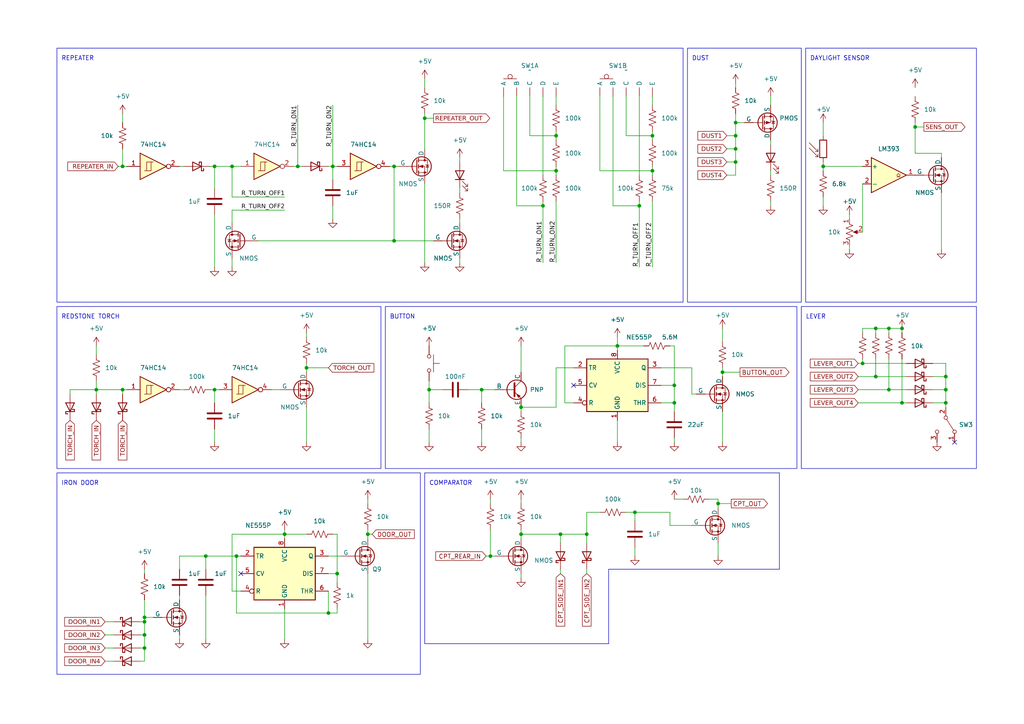
<source format=kicad_sch>
(kicad_sch (version 20230121) (generator eeschema)
  (paper "A4")
  (title_block (title "Craft18 Components") (date "2024-01-19") (rev "17"))
  (lib_symbols
    (symbol "74xx:74HC14" (pin_names (offset 1.016))
      (property "Reference" "U" (at 0 1.27 0))
      (property "Value" "74HC14" (at 0 -1.27 0))
      (symbol "74HC14_1_0"
        (pin input line (at -7.62 0 0) (length 3.81) (name "~") (number "1"))
        (pin output inverted (at 7.62 0 180) (length 3.81) (name "~") (number "2"))
      )
      (symbol "74HC14_2_0"
        (pin input line (at -7.62 0 0) (length 3.81) (name "~") (number "3"))
        (pin output inverted (at 7.62 0 180) (length 3.81) (name "~") (number "4"))
      )
      (symbol "74HC14_3_0"
        (pin input line (at -7.62 0 0) (length 3.81) (name "~") (number "5"))
        (pin output inverted (at 7.62 0 180) (length 3.81) (name "~") (number "6"))
      )
      (symbol "74HC14_4_0"
        (pin output inverted (at 7.62 0 180) (length 3.81) (name "~") (number "8"))
        (pin input line (at -7.62 0 0) (length 3.81) (name "~") (number "9"))
      )
      (symbol "74HC14_5_0"
        (pin output inverted (at 7.62 0 180) (length 3.81) (name "~") (number "10"))
        (pin input line (at -7.62 0 0) (length 3.81) (name "~") (number "11"))
      )
      (symbol "74HC14_6_0"
        (pin output inverted (at 7.62 0 180) (length 3.81) (name "~") (number "12"))
        (pin input line (at -7.62 0 0) (length 3.81) (name "~") (number "13"))
      )
      (symbol "74HC14_7_0"
        (pin power_in line (at 0 12.7 270) (length 5.08) (name "VCC") (number "14"))
        (pin power_in line (at 0 -12.7 90) (length 5.08) (name "GND") (number "7"))
      )
    )
    (symbol "Comparator:LM393" (pin_names (offset 0.127))
      (property "Reference" "U" (at 3.81 3.81 0))
      (property "Value" "LM393" (at 6.35 -3.81 0))
      (symbol "LM393_1_1"
        (pin open_collector line (at 7.62 0 180) (length 2.54) (name "~") (number "1"))
        (pin input line (at -7.62 -2.54 0) (length 2.54) (name "-") (number "2"))
        (pin input line (at -7.62 2.54 0) (length 2.54) (name "+") (number "3"))
      )
      (symbol "LM393_2_1"
        (pin input line (at -7.62 2.54 0) (length 2.54) (name "+") (number "5"))
        (pin input line (at -7.62 -2.54 0) (length 2.54) (name "-") (number "6"))
        (pin open_collector line (at 7.62 0 180) (length 2.54) (name "~") (number "7"))
      )
      (symbol "LM393_3_1"
        (pin power_in line (at -2.54 -7.62 90) (length 3.81) (name "V-") (number "4"))
        (pin power_in line (at -2.54 7.62 270) (length 3.81) (name "V+") (number "8"))
      )
    )
    (symbol "Device:C" (pin_numbers hide) (pin_names (offset 0.254))
      (property "Reference" "C" (at 0.635 2.54 0))
      (property "Value" "C" (at 0.635 -2.54 0))
      (symbol "C_1_1"
        (pin passive line (at 0 3.81 270) (length 2.794) (name "~") (number "1"))
        (pin passive line (at 0 -3.81 90) (length 2.794) (name "~") (number "2"))
      )
    )
    (symbol "Device:D_Schottky" (pin_numbers hide) (pin_names (offset 1.016) hide)
      (property "Reference" "D" (at 0 2.54 0))
      (property "Value" "D_Schottky" (at 0 -2.54 0))
      (symbol "D_Schottky_1_1"
        (pin passive line (at -3.81 0 0) (length 2.54) (name "K") (number "1"))
        (pin passive line (at 3.81 0 180) (length 2.54) (name "A") (number "2"))
      )
    )
    (symbol "Device:LED" (pin_numbers hide) (pin_names (offset 1.016) hide)
      (property "Reference" "D" (at 0 2.54 0))
      (property "Value" "LED" (at 0 -2.54 0))
      (symbol "LED_1_1"
        (pin passive line (at -3.81 0 0) (length 2.54) (name "K") (number "1"))
        (pin passive line (at 3.81 0 180) (length 2.54) (name "A") (number "2"))
      )
    )
    (symbol "Device:R_Photo" (pin_numbers hide) (pin_names (offset 0))
      (property "Reference" "R" (at 1.27 1.27 0))
      (property "Value" "R_Photo" (at 1.27 0 0))
      (symbol "R_Photo_1_1"
        (pin passive line (at 0 3.81 270) (length 1.27) (name "~") (number "1"))
        (pin passive line (at 0 -3.81 90) (length 1.27) (name "~") (number "2"))
      )
    )
    (symbol "Device:R_Potentiometer_US" (pin_names (offset 1.016) hide)
      (property "Reference" "RV" (at -4.445 0 90))
      (property "Value" "R_Potentiometer_US" (at -2.54 0 90))
      (symbol "R_Potentiometer_US_1_1"
        (pin passive line (at 0 3.81 270) (length 1.27) (name "1") (number "1"))
        (pin passive line (at 3.81 0 180) (length 1.27) (name "2") (number "2"))
        (pin passive line (at 0 -3.81 90) (length 1.27) (name "3") (number "3"))
      )
    )
    (symbol "Device:R_US" (pin_numbers hide) (pin_names (offset 0))
      (property "Reference" "R" (at 2.54 0 90))
      (property "Value" "R_US" (at -2.54 0 90))
      (symbol "R_US_1_1"
        (pin passive line (at 0 3.81 270) (length 1.27) (name "~") (number "1"))
        (pin passive line (at 0 -3.81 90) (length 1.27) (name "~") (number "2"))
      )
    )
    (symbol "Simulation_SPICE:NMOS" (pin_numbers hide) (pin_names (offset 0))
      (property "Reference" "Q" (at 5.08 1.27 0))
      (property "Value" "NMOS" (at 5.08 -1.27 0))
      (symbol "NMOS_1_1"
        (pin passive line (at 2.54 5.08 270) (length 2.54) (name "D") (number "1"))
        (pin input line (at -5.08 0 0) (length 2.54) (name "G") (number "2"))
        (pin passive line (at 2.54 -5.08 90) (length 2.54) (name "S") (number "3"))
      )
    )
    (symbol "Simulation_SPICE:PMOS" (pin_numbers hide) (pin_names (offset 0))
      (property "Reference" "Q" (at 5.08 1.27 0))
      (property "Value" "PMOS" (at 5.08 -1.27 0))
      (symbol "PMOS_1_1"
        (pin passive line (at 2.54 5.08 270) (length 2.54) (name "D") (number "1"))
        (pin input line (at -5.08 0 0) (length 2.54) (name "G") (number "2"))
        (pin passive line (at 2.54 -5.08 90) (length 2.54) (name "S") (number "3"))
      )
    )
    (symbol "Simulation_SPICE:PNP" (pin_numbers hide) (pin_names (offset 0))
      (property "Reference" "Q" (at -2.54 7.62 0))
      (property "Value" "PNP" (at -2.54 5.08 0))
      (symbol "PNP_1_1"
        (pin open_collector line (at 2.54 5.08 270) (length 2.54) (name "C") (number "1"))
        (pin input line (at -5.08 0 0) (length 2.54) (name "B") (number "2"))
        (pin open_emitter line (at 2.54 -5.08 90) (length 2.54) (name "E") (number "3"))
      )
    )
    (symbol "Switch:SW_Push" (pin_numbers hide) (pin_names (offset 1.016) hide)
      (property "Reference" "SW" (at 1.27 2.54 0))
      (property "Value" "SW_Push" (at 0 -1.524 0))
      (symbol "SW_Push_0_1"
        (pin passive line (at -5.08 0 0) (length 2.54) (name "1") (number "1"))
        (pin passive line (at 5.08 0 180) (length 2.54) (name "2") (number "2"))
      )
    )
    (symbol "Switch:SW_SPDT" (pin_names (offset 0) hide)
      (property "Reference" "SW" (at 0 4.318 0))
      (property "Value" "SW_SPDT" (at 0 -5.08 0))
      (symbol "SW_SPDT_1_1"
        (pin passive line (at 5.08 2.54 180) (length 2.54) (name "A") (number "1"))
        (pin passive line (at -5.08 0 0) (length 2.54) (name "B") (number "2"))
        (pin passive line (at 5.08 -2.54 180) (length 2.54) (name "C") (number "3"))
      )
    )
    (symbol "Timer:NE555P"
      (property "Reference" "U" (at -10.16 8.89 0))
      (property "Value" "NE555P" (at 2.54 8.89 0))
      (symbol "NE555P_0_0"
        (pin power_in line (at 0 -10.16 90) (length 2.54) (name "GND") (number "1"))
        (pin power_in line (at 0 10.16 270) (length 2.54) (name "VCC") (number "8"))
      )
      (symbol "NE555P_1_1"
        (pin input line (at -12.7 5.08 0) (length 3.81) (name "TR") (number "2"))
        (pin output line (at 12.7 5.08 180) (length 3.81) (name "Q") (number "3"))
        (pin input inverted (at -12.7 -5.08 0) (length 3.81) (name "R") (number "4"))
        (pin input line (at -12.7 0 0) (length 3.81) (name "CV") (number "5"))
        (pin input line (at 12.7 -5.08 180) (length 3.81) (name "THR") (number "6"))
        (pin input line (at 12.7 0 180) (length 3.81) (name "DIS") (number "7"))
      )
    )
    (symbol "Weird_Switch:SW_DP4T"
      (property "Reference" "SW" (at 0 0 0))
      (symbol "SW_DP4T_1_1"
        (pin passive line (at -7.62 -7.62 90) (length 2.54) (name "A") (number ""))
        (pin passive line (at -3.81 -7.62 90) (length 2.54) (name "B") (number ""))
        (pin passive line (at 0 -7.62 90) (length 2.54) (name "C") (number ""))
        (pin passive line (at 3.81 -7.62 90) (length 2.54) (name "D") (number ""))
        (pin passive line (at 7.62 -7.62 90) (length 2.54) (name "E") (number ""))
      )
      (symbol "SW_DP4T_2_1"
        (pin passive line (at -7.62 -7.62 90) (length 2.54) (name "A") (number ""))
        (pin passive line (at -3.81 -7.62 90) (length 2.54) (name "B") (number ""))
        (pin passive line (at 0 -7.62 90) (length 2.54) (name "C") (number ""))
        (pin passive line (at 3.81 -7.62 90) (length 2.54) (name "D") (number ""))
        (pin passive line (at 7.62 -7.62 90) (length 2.54) (name "E") (number ""))
      )
    )
    (symbol "power:+5V" (power) (pin_names (offset 0))
      (property "Value" "+5V" (at 0 3.556 0))
      (symbol "+5V_1_1"
        (pin power_in line (at 0 0 90) (length 0) hide (name "+5V") (number "1"))
      )
    )
    (symbol "power:GND" (power) (pin_names (offset 0))
      (property "Value" "GND" (at 0 -3.81 0))
      (symbol "GND_1_1"
        (pin power_in line (at 0 0 270) (length 0) hide (name "GND") (number "1"))
      )
    )
  )
  (junction (at 213.36 39.37))
  (junction (at 261.62 95.25))
  (junction (at 41.91 180.34))
  (junction (at 161.29 49.53))
  (junction (at 189.23 49.53))
  (junction (at 161.29 39.37))
  (junction (at 62.23 113.03))
  (junction (at 82.55 154.94))
  (junction (at 95.25 177.8))
  (junction (at 170.18 154.94))
  (junction (at 257.81 113.03))
  (junction (at 195.58 116.84))
  (junction (at 257.81 95.25))
  (junction (at 238.76 48.26))
  (junction (at 209.55 107.95))
  (junction (at 41.91 179.07))
  (junction (at 274.32 116.84))
  (junction (at 195.58 111.76))
  (junction (at 35.56 48.26))
  (junction (at 62.23 48.26))
  (junction (at 254 95.25))
  (junction (at 189.23 39.37))
  (junction (at 162.56 154.94))
  (junction (at 184.15 148.59))
  (junction (at 41.91 184.15))
  (junction (at 86.36 48.26))
  (junction (at 151.13 118.11))
  (junction (at 185.42 59.69))
  (junction (at 67.31 48.26))
  (junction (at 254 109.22))
  (junction (at 123.19 34.29))
  (junction (at 179.07 100.33))
  (junction (at 96.52 48.26))
  (junction (at 88.9 106.68))
  (junction (at 114.3 48.26))
  (junction (at 27.94 113.03))
  (junction (at 139.7 113.03))
  (junction (at 213.36 43.18))
  (junction (at 274.32 113.03))
  (junction (at 265.43 36.83))
  (junction (at 157.48 59.69))
  (junction (at 274.32 109.22))
  (junction (at 151.13 154.94))
  (junction (at 35.56 113.03))
  (junction (at 213.36 46.99))
  (junction (at 124.46 113.03))
  (junction (at 97.79 166.37))
  (junction (at 250.19 105.41))
  (junction (at 213.36 35.56))
  (junction (at 208.28 146.05))
  (junction (at 142.24 161.29))
  (junction (at 68.58 161.29))
  (junction (at 41.91 187.96))
  (junction (at 114.3 69.85))
  (junction (at 106.68 154.94))
  (junction (at 59.69 161.29))
  (junction (at 261.62 116.84))
  (no_connect (at 276.86 128.27))
  (no_connect (at 166.37 111.76))
  (no_connect (at 69.85 166.37))
  (wire (pts (xy 142.24 161.29) (xy 140.97 161.29)))
  (wire (pts (xy 20.32 113.03) (xy 20.32 114.3)))
  (wire (pts (xy 248.92 105.41) (xy 250.19 105.41)))
  (wire (pts (xy 52.07 173.99) (xy 52.07 172.72)))
  (wire (pts (xy 62.23 62.23) (xy 62.23 77.47)))
  (wire (pts (xy 30.48 184.15) (xy 33.02 184.15)))
  (wire (pts (xy 189.23 39.37) (xy 189.23 40.64)))
  (wire (pts (xy 67.31 60.96) (xy 67.31 64.77)))
  (wire (pts (xy 173.99 49.53) (xy 189.23 49.53)))
  (wire (pts (xy 161.29 27.94) (xy 161.29 30.48)))
  (wire (pts (xy 41.91 187.96) (xy 41.91 191.77)))
  (wire (pts (xy 161.29 49.53) (xy 161.29 50.8)))
  (wire (pts (xy 35.56 48.26) (xy 34.29 48.26)))
  (wire (pts (xy 208.28 144.78) (xy 205.74 144.78)))
  (wire (pts (xy 124.46 124.46) (xy 124.46 128.27)))
  (wire (pts (xy 170.18 165.1) (xy 170.18 166.37)))
  (wire (pts (xy 261.62 116.84) (xy 262.89 116.84)))
  (wire (pts (xy 123.19 22.86) (xy 123.19 25.4)))
  (wire (pts (xy 162.56 166.37) (xy 162.56 165.1)))
  (wire (pts (xy 41.91 184.15) (xy 41.91 187.96)))
  (wire (pts (xy 185.42 27.94) (xy 185.42 50.8)))
  (wire (pts (xy 265.43 36.83) (xy 265.43 44.45)))
  (wire (pts (xy 143.51 113.03) (xy 139.7 113.03)))
  (wire (pts (xy 181.61 39.37) (xy 189.23 39.37)))
  (wire (pts (xy 62.23 48.26) (xy 62.23 54.61)))
  (wire (pts (xy 208.28 146.05) (xy 212.09 146.05)))
  (wire (pts (xy 161.29 38.1) (xy 161.29 39.37)))
  (wire (pts (xy 250.19 53.34) (xy 250.19 67.31)))
  (wire (pts (xy 254 95.25) (xy 254 96.52)))
  (wire (pts (xy 67.31 60.96) (xy 82.55 60.96)))
  (wire (pts (xy 106.68 146.05) (xy 106.68 144.78)))
  (wire (pts (xy 60.96 48.26) (xy 62.23 48.26)))
  (wire (pts (xy 213.36 43.18) (xy 213.36 39.37)))
  (wire (pts (xy 87.63 48.26) (xy 86.36 48.26)))
  (wire (pts (xy 123.19 34.29) (xy 123.19 43.18)))
  (wire (pts (xy 27.94 113.03) (xy 27.94 114.3)))
  (wire (pts (xy 250.19 105.41) (xy 262.89 105.41)))
  (wire (pts (xy 52.07 184.15) (xy 52.07 185.42)))
  (wire (pts (xy 41.91 165.1) (xy 41.91 166.37)))
  (wire (pts (xy 238.76 35.56) (xy 238.76 39.37)))
  (wire (pts (xy 274.32 105.41) (xy 274.32 109.22)))
  (wire (pts (xy 139.7 113.03) (xy 135.89 113.03)))
  (wire (pts (xy 270.51 116.84) (xy 274.32 116.84)))
  (wire (pts (xy 97.79 177.8) (xy 95.25 177.8)))
  (wire (pts (xy 250.19 96.52) (xy 250.19 95.25)))
  (wire (pts (xy 191.77 111.76) (xy 195.58 111.76)))
  (wire (pts (xy 151.13 127) (xy 151.13 128.27)))
  (wire (pts (xy 106.68 166.37) (xy 106.68 185.42)))
  (wire (pts (xy 270.51 105.41) (xy 274.32 105.41)))
  (wire (pts (xy 149.86 59.69) (xy 157.48 59.69)))
  (wire (pts (xy 181.61 148.59) (xy 184.15 148.59)))
  (wire (pts (xy 40.64 187.96) (xy 41.91 187.96)))
  (wire (pts (xy 223.52 27.94) (xy 223.52 30.48)))
  (polyline (pts (xy 123.19 137.16) (xy 226.06 137.16)))
  (wire (pts (xy 67.31 154.94) (xy 82.55 154.94)))
  (wire (pts (xy 95.25 166.37) (xy 97.79 166.37)))
  (wire (pts (xy 27.94 110.49) (xy 27.94 113.03)))
  (wire (pts (xy 189.23 49.53) (xy 189.23 50.8)))
  (wire (pts (xy 238.76 49.53) (xy 238.76 48.26)))
  (wire (pts (xy 185.42 59.69) (xy 185.42 77.47)))
  (wire (pts (xy 179.07 100.33) (xy 179.07 101.6)))
  (wire (pts (xy 248.92 113.03) (xy 257.81 113.03)))
  (wire (pts (xy 106.68 153.67) (xy 106.68 154.94)))
  (wire (pts (xy 177.8 27.94) (xy 177.8 59.69)))
  (wire (pts (xy 213.36 35.56) (xy 215.9 35.56)))
  (wire (pts (xy 97.79 154.94) (xy 97.79 166.37)))
  (wire (pts (xy 69.85 161.29) (xy 68.58 161.29)))
  (wire (pts (xy 151.13 119.38) (xy 151.13 118.11)))
  (wire (pts (xy 213.36 39.37) (xy 210.82 39.37)))
  (wire (pts (xy 223.52 59.69) (xy 223.52 58.42)))
  (wire (pts (xy 223.52 49.53) (xy 223.52 50.8)))
  (wire (pts (xy 106.68 154.94) (xy 107.95 154.94)))
  (wire (pts (xy 59.69 161.29) (xy 68.58 161.29)))
  (wire (pts (xy 161.29 58.42) (xy 161.29 76.2)))
  (wire (pts (xy 62.23 113.03) (xy 63.5 113.03)))
  (wire (pts (xy 195.58 111.76) (xy 195.58 116.84)))
  (wire (pts (xy 52.07 161.29) (xy 59.69 161.29)))
  (wire (pts (xy 170.18 154.94) (xy 170.18 157.48)))
  (wire (pts (xy 273.05 55.88) (xy 273.05 72.39)))
  (wire (pts (xy 52.07 161.29) (xy 52.07 165.1)))
  (wire (pts (xy 27.94 113.03) (xy 20.32 113.03)))
  (wire (pts (xy 161.29 118.11) (xy 161.29 106.68)))
  (wire (pts (xy 213.36 33.02) (xy 213.36 35.56)))
  (wire (pts (xy 213.36 35.56) (xy 213.36 39.37)))
  (wire (pts (xy 30.48 187.96) (xy 33.02 187.96)))
  (wire (pts (xy 261.62 104.14) (xy 261.62 116.84)))
  (wire (pts (xy 170.18 148.59) (xy 173.99 148.59)))
  (wire (pts (xy 265.43 44.45) (xy 273.05 44.45)))
  (wire (pts (xy 99.06 161.29) (xy 95.25 161.29)))
  (wire (pts (xy 162.56 154.94) (xy 162.56 157.48)))
  (wire (pts (xy 114.3 48.26) (xy 115.57 48.26)))
  (wire (pts (xy 157.48 58.42) (xy 157.48 59.69)))
  (wire (pts (xy 133.35 74.93) (xy 133.35 76.2)))
  (polyline (pts (xy 176.53 165.1) (xy 176.53 186.69)))
  (wire (pts (xy 62.23 113.03) (xy 62.23 116.84)))
  (wire (pts (xy 195.58 100.33) (xy 194.31 100.33)))
  (wire (pts (xy 213.36 43.18) (xy 210.82 43.18)))
  (wire (pts (xy 35.56 43.18) (xy 35.56 48.26)))
  (wire (pts (xy 213.36 50.8) (xy 213.36 46.99)))
  (polyline (pts (xy 226.06 165.1) (xy 176.53 165.1)))
  (wire (pts (xy 208.28 147.32) (xy 208.28 146.05)))
  (wire (pts (xy 209.55 107.95) (xy 214.63 107.95)))
  (wire (pts (xy 146.05 49.53) (xy 161.29 49.53)))
  (wire (pts (xy 62.23 124.46) (xy 62.23 128.27)))
  (wire (pts (xy 257.81 95.25) (xy 261.62 95.25)))
  (wire (pts (xy 213.36 46.99) (xy 213.36 43.18)))
  (wire (pts (xy 238.76 48.26) (xy 250.19 48.26)))
  (wire (pts (xy 191.77 116.84) (xy 195.58 116.84)))
  (wire (pts (xy 238.76 48.26) (xy 238.76 46.99)))
  (wire (pts (xy 86.36 30.48) (xy 86.36 48.26)))
  (wire (pts (xy 133.35 54.61) (xy 133.35 55.88)))
  (wire (pts (xy 123.19 53.34) (xy 123.19 76.2)))
  (wire (pts (xy 179.07 100.33) (xy 186.69 100.33)))
  (wire (pts (xy 85.09 48.26) (xy 86.36 48.26)))
  (wire (pts (xy 208.28 157.48) (xy 208.28 161.29)))
  (wire (pts (xy 67.31 48.26) (xy 67.31 57.15)))
  (wire (pts (xy 195.58 144.78) (xy 198.12 144.78)))
  (wire (pts (xy 82.55 154.94) (xy 88.9 154.94)))
  (wire (pts (xy 68.58 161.29) (xy 68.58 177.8)))
  (wire (pts (xy 41.91 179.07) (xy 44.45 179.07)))
  (wire (pts (xy 265.43 35.56) (xy 265.43 36.83)))
  (wire (pts (xy 124.46 110.49) (xy 124.46 113.03)))
  (wire (pts (xy 82.55 154.94) (xy 82.55 156.21)))
  (wire (pts (xy 74.93 69.85) (xy 114.3 69.85)))
  (wire (pts (xy 30.48 191.77) (xy 33.02 191.77)))
  (wire (pts (xy 88.9 118.11) (xy 88.9 128.27)))
  (wire (pts (xy 67.31 171.45) (xy 67.31 154.94)))
  (wire (pts (xy 67.31 57.15) (xy 82.55 57.15)))
  (wire (pts (xy 163.83 100.33) (xy 179.07 100.33)))
  (wire (pts (xy 189.23 48.26) (xy 189.23 49.53)))
  (wire (pts (xy 123.19 33.02) (xy 123.19 34.29)))
  (wire (pts (xy 96.52 48.26) (xy 97.79 48.26)))
  (wire (pts (xy 128.27 113.03) (xy 124.46 113.03)))
  (wire (pts (xy 254 104.14) (xy 254 109.22)))
  (wire (pts (xy 96.52 52.07) (xy 96.52 48.26)))
  (wire (pts (xy 179.07 128.27) (xy 179.07 121.92)))
  (polyline (pts (xy 123.19 137.16) (xy 123.19 186.69)))
  (wire (pts (xy 96.52 59.69) (xy 96.52 63.5)))
  (wire (pts (xy 184.15 148.59) (xy 194.31 148.59)))
  (wire (pts (xy 213.36 24.13) (xy 213.36 25.4)))
  (wire (pts (xy 195.58 127) (xy 195.58 128.27)))
  (wire (pts (xy 133.35 63.5) (xy 133.35 64.77)))
  (wire (pts (xy 181.61 27.94) (xy 181.61 39.37)))
  (wire (pts (xy 151.13 154.94) (xy 151.13 156.21)))
  (wire (pts (xy 95.25 177.8) (xy 95.25 171.45)))
  (wire (pts (xy 40.64 191.77) (xy 41.91 191.77)))
  (wire (pts (xy 209.55 119.38) (xy 209.55 128.27)))
  (wire (pts (xy 97.79 166.37) (xy 97.79 168.91)))
  (wire (pts (xy 149.86 27.94) (xy 149.86 59.69)))
  (wire (pts (xy 82.55 153.67) (xy 82.55 154.94)))
  (wire (pts (xy 257.81 113.03) (xy 262.89 113.03)))
  (wire (pts (xy 265.43 36.83) (xy 267.97 36.83)))
  (wire (pts (xy 69.85 171.45) (xy 67.31 171.45)))
  (wire (pts (xy 88.9 96.52) (xy 88.9 97.79)))
  (wire (pts (xy 177.8 59.69) (xy 185.42 59.69)))
  (wire (pts (xy 52.07 48.26) (xy 53.34 48.26)))
  (wire (pts (xy 114.3 48.26) (xy 114.3 69.85)))
  (wire (pts (xy 238.76 59.69) (xy 238.76 57.15)))
  (wire (pts (xy 208.28 146.05) (xy 208.28 144.78)))
  (wire (pts (xy 209.55 107.95) (xy 209.55 109.22)))
  (wire (pts (xy 274.32 116.84) (xy 274.32 118.11)))
  (wire (pts (xy 200.66 106.68) (xy 191.77 106.68)))
  (wire (pts (xy 151.13 154.94) (xy 162.56 154.94)))
  (wire (pts (xy 151.13 144.78) (xy 151.13 146.05)))
  (wire (pts (xy 151.13 166.37) (xy 151.13 167.64)))
  (wire (pts (xy 35.56 113.03) (xy 35.56 114.3)))
  (wire (pts (xy 161.29 39.37) (xy 161.29 40.64)))
  (wire (pts (xy 173.99 27.94) (xy 173.99 49.53)))
  (wire (pts (xy 184.15 148.59) (xy 184.15 151.13)))
  (polyline (pts (xy 176.53 186.69) (xy 123.19 186.69)))
  (wire (pts (xy 52.07 113.03) (xy 53.34 113.03)))
  (wire (pts (xy 153.67 27.94) (xy 153.67 39.37)))
  (wire (pts (xy 261.62 95.25) (xy 261.62 96.52)))
  (wire (pts (xy 274.32 113.03) (xy 274.32 116.84)))
  (wire (pts (xy 113.03 48.26) (xy 114.3 48.26)))
  (wire (pts (xy 162.56 154.94) (xy 170.18 154.94)))
  (wire (pts (xy 59.69 172.72) (xy 59.69 185.42)))
  (wire (pts (xy 213.36 46.99) (xy 210.82 46.99)))
  (wire (pts (xy 114.3 69.85) (xy 125.73 69.85)))
  (wire (pts (xy 223.52 41.91) (xy 223.52 40.64)))
  (wire (pts (xy 163.83 116.84) (xy 163.83 100.33)))
  (wire (pts (xy 30.48 180.34) (xy 33.02 180.34)))
  (wire (pts (xy 153.67 39.37) (xy 161.29 39.37)))
  (wire (pts (xy 67.31 48.26) (xy 69.85 48.26)))
  (wire (pts (xy 88.9 105.41) (xy 88.9 106.68)))
  (wire (pts (xy 210.82 50.8) (xy 213.36 50.8)))
  (wire (pts (xy 95.25 48.26) (xy 96.52 48.26)))
  (wire (pts (xy 270.51 109.22) (xy 274.32 109.22)))
  (wire (pts (xy 254 109.22) (xy 262.89 109.22)))
  (wire (pts (xy 139.7 124.46) (xy 139.7 128.27)))
  (wire (pts (xy 157.48 59.69) (xy 157.48 76.2)))
  (wire (pts (xy 246.38 62.23) (xy 246.38 63.5)))
  (wire (pts (xy 41.91 180.34) (xy 41.91 184.15)))
  (wire (pts (xy 209.55 106.68) (xy 209.55 107.95)))
  (wire (pts (xy 124.46 113.03) (xy 124.46 116.84)))
  (wire (pts (xy 139.7 113.03) (xy 139.7 116.84)))
  (wire (pts (xy 133.35 45.72) (xy 133.35 46.99)))
  (wire (pts (xy 194.31 148.59) (xy 194.31 152.4)))
  (wire (pts (xy 273.05 44.45) (xy 273.05 45.72)))
  (wire (pts (xy 151.13 153.67) (xy 151.13 154.94)))
  (wire (pts (xy 166.37 116.84) (xy 163.83 116.84)))
  (wire (pts (xy 35.56 33.02) (xy 35.56 35.56)))
  (wire (pts (xy 142.24 153.67) (xy 142.24 161.29)))
  (wire (pts (xy 248.92 116.84) (xy 261.62 116.84)))
  (wire (pts (xy 41.91 179.07) (xy 41.91 180.34)))
  (wire (pts (xy 143.51 161.29) (xy 142.24 161.29)))
  (wire (pts (xy 40.64 184.15) (xy 41.91 184.15)))
  (wire (pts (xy 60.96 113.03) (xy 62.23 113.03)))
  (wire (pts (xy 254 95.25) (xy 257.81 95.25)))
  (wire (pts (xy 123.19 34.29) (xy 125.73 34.29)))
  (wire (pts (xy 97.79 176.53) (xy 97.79 177.8)))
  (wire (pts (xy 270.51 113.03) (xy 274.32 113.03)))
  (wire (pts (xy 161.29 48.26) (xy 161.29 49.53)))
  (wire (pts (xy 151.13 118.11) (xy 161.29 118.11)))
  (polyline (pts (xy 226.06 137.16) (xy 226.06 165.1)))
  (wire (pts (xy 35.56 113.03) (xy 36.83 113.03)))
  (wire (pts (xy 151.13 100.33) (xy 151.13 107.95)))
  (wire (pts (xy 189.23 38.1) (xy 189.23 39.37)))
  (wire (pts (xy 146.05 27.94) (xy 146.05 49.53)))
  (wire (pts (xy 246.38 71.12) (xy 246.38 72.39)))
  (wire (pts (xy 157.48 27.94) (xy 157.48 50.8)))
  (wire (pts (xy 274.32 109.22) (xy 274.32 113.03)))
  (wire (pts (xy 189.23 58.42) (xy 189.23 77.47)))
  (wire (pts (xy 170.18 154.94) (xy 170.18 148.59)))
  (wire (pts (xy 248.92 109.22) (xy 254 109.22)))
  (wire (pts (xy 59.69 161.29) (xy 59.69 165.1)))
  (wire (pts (xy 142.24 144.78) (xy 142.24 146.05)))
  (wire (pts (xy 195.58 100.33) (xy 195.58 111.76)))
  (wire (pts (xy 257.81 95.25) (xy 257.81 96.52)))
  (wire (pts (xy 88.9 106.68) (xy 95.25 106.68)))
  (wire (pts (xy 250.19 95.25) (xy 254 95.25)))
  (wire (pts (xy 106.68 154.94) (xy 106.68 156.21)))
  (wire (pts (xy 195.58 119.38) (xy 195.58 116.84)))
  (wire (pts (xy 27.94 113.03) (xy 35.56 113.03)))
  (wire (pts (xy 185.42 58.42) (xy 185.42 59.69)))
  (wire (pts (xy 27.94 100.33) (xy 27.94 102.87)))
  (wire (pts (xy 68.58 177.8) (xy 95.25 177.8)))
  (wire (pts (xy 78.74 113.03) (xy 81.28 113.03)))
  (wire (pts (xy 40.64 180.34) (xy 41.91 180.34)))
  (wire (pts (xy 189.23 27.94) (xy 189.23 30.48)))
  (wire (pts (xy 250.19 104.14) (xy 250.19 105.41)))
  (wire (pts (xy 62.23 48.26) (xy 67.31 48.26)))
  (wire (pts (xy 41.91 173.99) (xy 41.91 179.07)))
  (wire (pts (xy 179.07 97.79) (xy 179.07 100.33)))
  (wire (pts (xy 200.66 114.3) (xy 201.93 114.3)))
  (wire (pts (xy 88.9 106.68) (xy 88.9 107.95)))
  (wire (pts (xy 161.29 106.68) (xy 166.37 106.68)))
  (wire (pts (xy 184.15 161.29) (xy 184.15 158.75)))
  (wire (pts (xy 194.31 152.4) (xy 200.66 152.4)))
  (wire (pts (xy 36.83 48.26) (xy 35.56 48.26)))
  (wire (pts (xy 96.52 154.94) (xy 97.79 154.94)))
  (wire (pts (xy 200.66 114.3) (xy 200.66 106.68)))
  (wire (pts (xy 209.55 95.25) (xy 209.55 99.06)))
  (wire (pts (xy 96.52 30.48) (xy 96.52 48.26)))
  (wire (pts (xy 67.31 74.93) (xy 67.31 77.47)))
  (wire (pts (xy 82.55 176.53) (xy 82.55 185.42)))
  (wire (pts (xy 257.81 104.14) (xy 257.81 113.03)))
  (rectangle (start 16.51 13.97) (end 198.12 87.63))
  (rectangle (start 16.51 88.9) (end 110.49 135.89))
  (rectangle (start 233.68 13.97) (end 283.21 87.63))
  (rectangle (start 199.39 13.97) (end 232.41 87.63))
  (rectangle (start 16.51 137.16) (end 121.92 195.58))
  (rectangle (start 232.41 88.9) (end 283.21 135.89))
  (rectangle (start 111.76 88.9) (end 231.14 135.89))
  (text "BUTTON" (at 113.03 92.71 0) (effects (font (size 1.27 1.27)) (justify left bottom)))
  (text "IRON DOOR" (at 17.78 140.97 0) (effects (font (size 1.27 1.27)) (justify left bottom)))
  (text "LEVER" (at 233.68 92.71 0) (effects (font (size 1.27 1.27)) (justify left bottom)))
  (text "DUST" (at 200.66 17.78 0) (effects (font (size 1.27 1.27)) (justify left bottom)))
  (text "DAYLIGHT SENSOR" (at 234.95 17.78 0) (effects (font (size 1.27 1.27)) (justify left bottom)))
  (text "REDSTONE TORCH" (at 17.78 92.71 0) (effects (font (size 1.27 1.27)) (justify left bottom)))
  (text "COMPARATOR" (at 124.46 140.97 0) (effects (font (size 1.27 1.27)) (justify left bottom)))
  (text "REPEATER" (at 17.78 17.78 0) (effects (font (size 1.27 1.27)) (justify left bottom)))
  (label "R_TURN_ON1" (at 157.48 76.2 90))
  (label "R_TURN_OFF2" (at 82.55 60.96 180))
  (label "R_TURN_ON2" (at 96.52 30.48 270))
  (label "R_TURN_OFF1" (at 82.55 57.15 180))
  (label "R_TURN_OFF2" (at 189.23 77.47 90))
  (label "R_TURN_OFF1" (at 185.42 77.47 90))
  (label "R_TURN_ON2" (at 161.29 76.2 90))
  (label "R_TURN_ON1" (at 86.36 30.48 270))
  (global_label "DOOR_IN4" (shape input) (at 30.48 191.77 180) (property "Intersheetrefs" "${INTERSHEET_REFS}" (effects hide)))
  (global_label "LEVER_OUT4" (shape input) (at 248.92 116.84 180) (property "Intersheetrefs" "${INTERSHEET_REFS}" (effects hide)))
  (global_label "LEVER_OUT2" (shape input) (at 248.92 109.22 180) (property "Intersheetrefs" "${INTERSHEET_REFS}" (effects hide)))
  (global_label "TORCH_OUT" (shape input) (at 95.25 106.68 0) (property "Intersheetrefs" "${INTERSHEET_REFS}" (effects hide)))
  (global_label "REPEATER_IN" (shape input) (at 34.29 48.26 180) (property "Intersheetrefs" "${INTERSHEET_REFS}" (effects hide)))
  (global_label "TORCH_IN" (shape input) (at 35.56 121.92 270) (property "Intersheetrefs" "${INTERSHEET_REFS}" (effects hide)))
  (global_label "DOOR_IN2" (shape input) (at 30.48 184.15 180) (property "Intersheetrefs" "${INTERSHEET_REFS}" (effects hide)))
  (global_label "DUST2" (shape input) (at 210.82 43.18 180) (property "Intersheetrefs" "${INTERSHEET_REFS}" (effects hide)))
  (global_label "CPT_OUT" (shape output) (at 212.09 146.05 0) (property "Intersheetrefs" "${INTERSHEET_REFS}" (effects hide)))
  (global_label "TORCH_IN" (shape input) (at 20.32 121.92 270) (property "Intersheetrefs" "${INTERSHEET_REFS}" (effects hide)))
  (global_label "CPT_SIDE_IN1" (shape input) (at 162.56 166.37 270) (property "Intersheetrefs" "${INTERSHEET_REFS}" (effects hide)))
  (global_label "LEVER_OUT3" (shape input) (at 248.92 113.03 180) (property "Intersheetrefs" "${INTERSHEET_REFS}" (effects hide)))
  (global_label "DOOR_IN3" (shape input) (at 30.48 187.96 180) (property "Intersheetrefs" "${INTERSHEET_REFS}" (effects hide)))
  (global_label "DUST4" (shape input) (at 210.82 50.8 180) (property "Intersheetrefs" "${INTERSHEET_REFS}" (effects hide)))
  (global_label "TORCH_IN" (shape input) (at 27.94 121.92 270) (property "Intersheetrefs" "${INTERSHEET_REFS}" (effects hide)))
  (global_label "LEVER_OUT1" (shape input) (at 248.92 105.41 180) (property "Intersheetrefs" "${INTERSHEET_REFS}" (effects hide)))
  (global_label "DOOR_IN1" (shape input) (at 30.48 180.34 180) (property "Intersheetrefs" "${INTERSHEET_REFS}" (effects hide)))
  (global_label "REPEATER_OUT" (shape output) (at 125.73 34.29 0) (property "Intersheetrefs" "${INTERSHEET_REFS}" (effects hide)))
  (global_label "BUTTON_OUT" (shape output) (at 214.63 107.95 0) (property "Intersheetrefs" "${INTERSHEET_REFS}" (effects hide)))
  (global_label "DUST1" (shape input) (at 210.82 39.37 180) (property "Intersheetrefs" "${INTERSHEET_REFS}" (effects hide)))
  (global_label "DOOR_OUT" (shape input) (at 107.95 154.94 0) (property "Intersheetrefs" "${INTERSHEET_REFS}" (effects hide)))
  (global_label "CPT_REAR_IN" (shape input) (at 140.97 161.29 180) (property "Intersheetrefs" "${INTERSHEET_REFS}" (effects hide)))
  (global_label "CPT_SIDE_IN2" (shape input) (at 170.18 166.37 270) (property "Intersheetrefs" "${INTERSHEET_REFS}" (effects hide)))
  (global_label "SENS_OUT" (shape output) (at 267.97 36.83 0) (property "Intersheetrefs" "${INTERSHEET_REFS}" (effects hide)))
  (global_label "DUST3" (shape input) (at 210.82 46.99 180) (property "Intersheetrefs" "${INTERSHEET_REFS}" (effects hide)))
  (symbol (lib_id "power:GND") (at 133.35 76.2 0) (unit 1)
    (property "Reference" "#PWR07" (effects hide))
    (property "Value" "GND" (effects hide))
  )
  (symbol (lib_id "power:GND") (at 151.13 128.27 0) (unit 1)
    (property "Reference" "#PWR026" (effects hide))
    (property "Value" "GND" (effects hide))
  )
  (symbol (lib_id "power:GND") (at 52.07 185.42 0) (unit 1)
    (property "Reference" "#PWR020" (effects hide))
    (property "Value" "GND" (effects hide))
  )
  (symbol (lib_id "Simulation_SPICE:NMOS") (at 104.14 161.29 0) (unit 1)
    (property "Reference" "Q9" (at 107.95 165.1 0) (effects (justify left)))
    (property "Value" "NMOS" (effects hide))
    (property "Datasheet" "https://ngspice.sourceforge.io/docs/ngspice-manual.pdf" (effects hide))
    (property "Sim.Device" "NMOS" (effects hide))
    (property "Sim.Type" "VDMOS" (effects hide))
    (property "Sim.Pins" "1=D 2=G 3=S" (effects hide))
  )
  (symbol (lib_id "74xx:74HC14") (at 77.47 48.26 0) (unit 1)
    (property "Reference" "U1" (effects hide))
    (property "Value" "74HC14" (at 77.47 41.91 0))
    (property "Datasheet" "http://www.ti.com/lit/gpn/sn74HC14" (effects hide))
  )
  (symbol (lib_id "Device:R_US") (at 151.13 123.19 0) (unit 1)
    (property "Reference" "R30" (effects hide))
    (property "Value" "10k" (at 153.67 123.19 0) (effects (justify left)))
  )
  (symbol (lib_id "Device:D_Schottky") (at 266.7 113.03 180) (unit 1)
    (property "Reference" "D15" (effects hide))
    (property "Value" "D_Schottky" (effects hide))
  )
  (symbol (lib_id "Device:D_Schottky") (at 57.15 48.26 180) (unit 1)
    (property "Reference" "D5" (effects hide))
    (property "Value" "D_Schottky" (effects hide))
  )
  (symbol (lib_id "Simulation_SPICE:NMOS") (at 148.59 161.29 0) (unit 1)
    (property "Reference" "Q5" (effects hide))
    (property "Value" "NMOS" (at 154.94 162.56 0) (effects (justify left)))
    (property "Datasheet" "https://ngspice.sourceforge.io/docs/ngspice-manual.pdf" (effects hide))
    (property "Sim.Device" "NMOS" (effects hide))
    (property "Sim.Type" "VDMOS" (effects hide))
    (property "Sim.Pins" "1=D 2=G 3=S" (effects hide))
  )
  (symbol (lib_id "Device:D_Schottky") (at 162.56 161.29 90) (unit 1)
    (property "Reference" "D2" (effects hide))
    (property "Value" "D_Schottky" (effects hide))
  )
  (symbol (lib_id "power:+5V") (at 41.91 165.1 0) (unit 1)
    (property "Reference" "#PWR018" (effects hide))
    (property "Value" "+5V" (at 41.91 160.02 0))
  )
  (symbol (lib_id "Simulation_SPICE:NMOS") (at 207.01 114.3 0) (unit 1)
    (property "Reference" "Q12" (effects hide))
    (property "Value" "NMOS" (at 213.36 114.3 0) (effects (justify left)))
    (property "Datasheet" "https://ngspice.sourceforge.io/docs/ngspice-manual.pdf" (effects hide))
    (property "Sim.Device" "NMOS" (effects hide))
    (property "Sim.Type" "VDMOS" (effects hide))
    (property "Sim.Pins" "1=D 2=G 3=S" (effects hide))
  )
  (symbol (lib_id "Device:R_US") (at 254 100.33 0) (unit 1)
    (property "Reference" "R34" (effects hide))
    (property "Value" "10k" (effects hide))
  )
  (symbol (lib_id "Switch:SW_Push") (at 124.46 105.41 270) (unit 1)
    (property "Reference" "SW2" (effects hide))
    (property "Value" "SW_Push" (effects hide))
  )
  (symbol (lib_id "Device:R_US") (at 209.55 102.87 0) (unit 1)
    (property "Reference" "R23" (effects hide))
    (property "Value" "10k" (at 212.09 102.87 0) (effects (justify left)))
  )
  (symbol (lib_id "power:GND") (at 184.15 161.29 0) (unit 1)
    (property "Reference" "#PWR014" (effects hide))
    (property "Value" "GND" (effects hide))
  )
  (symbol (lib_id "Device:R_US") (at 27.94 106.68 0) (unit 1)
    (property "Reference" "R26" (effects hide))
    (property "Value" "10k" (at 30.48 106.68 0) (effects (justify left)))
  )
  (symbol (lib_id "Device:R_US") (at 157.48 54.61 0) (unit 1)
    (property "Reference" "R6" (effects hide))
    (property "Value" "100k" (at 151.13 54.61 0) (effects (justify left)))
  )
  (symbol (lib_id "Device:LED") (at 223.52 45.72 90) (unit 1)
    (property "Reference" "D11" (effects hide))
    (property "Value" "LED" (effects hide))
  )
  (symbol (lib_id "Device:D_Schottky") (at 91.44 48.26 180) (unit 1)
    (property "Reference" "D1" (effects hide))
    (property "Value" "D_Schottky" (effects hide))
  )
  (symbol (lib_id "Simulation_SPICE:NMOS") (at 49.53 179.07 0) (unit 1)
    (property "Reference" "Q8" (effects hide))
    (property "Value" "NMOS" (effects hide))
    (property "Datasheet" "https://ngspice.sourceforge.io/docs/ngspice-manual.pdf" (effects hide))
    (property "Sim.Device" "NMOS" (effects hide))
    (property "Sim.Type" "VDMOS" (effects hide))
    (property "Sim.Pins" "1=D 2=G 3=S" (effects hide))
  )
  (symbol (lib_id "Simulation_SPICE:NMOS") (at 120.65 48.26 0) (unit 1)
    (property "Reference" "Q3" (effects hide))
    (property "Value" "NMOS" (at 115.57 53.34 0) (effects (justify left)))
    (property "Datasheet" "https://ngspice.sourceforge.io/docs/ngspice-manual.pdf" (effects hide))
    (property "Sim.Device" "NMOS" (effects hide))
    (property "Sim.Type" "VDMOS" (effects hide))
    (property "Sim.Pins" "1=D 2=G 3=S" (effects hide))
  )
  (symbol (lib_id "power:GND") (at 88.9 128.27 0) (unit 1)
    (property "Reference" "#PWR010" (effects hide))
    (property "Value" "GND" (effects hide))
  )
  (symbol (lib_id "Device:D_Schottky") (at 266.7 105.41 180) (unit 1)
    (property "Reference" "D17" (effects hide))
    (property "Value" "D_Schottky" (effects hide))
  )
  (symbol (lib_id "power:+5V") (at 209.55 95.25 0) (unit 1)
    (property "Reference" "#PWR032" (effects hide))
    (property "Value" "+5V" (at 209.55 91.44 0))
  )
  (symbol (lib_id "power:GND") (at 195.58 128.27 0) (unit 1)
    (property "Reference" "#PWR027" (effects hide))
    (property "Value" "GND" (effects hide))
  )
  (symbol (lib_id "Device:R_US") (at 177.8 148.59 90) (unit 1)
    (property "Reference" "R14" (effects hide))
    (property "Value" "100k" (at 177.8 144.78 90))
  )
  (symbol (lib_id "Device:R_US") (at 161.29 34.29 0) (unit 1)
    (property "Reference" "R3" (effects hide))
    (property "Value" "100k" (at 163.83 34.29 0) (effects (justify left)))
  )
  (symbol (lib_id "Device:R_US") (at 201.93 144.78 90) (unit 1)
    (property "Reference" "R27" (effects hide))
    (property "Value" "10k" (at 201.93 142.24 90))
  )
  (symbol (lib_id "Device:D_Schottky") (at 170.18 161.29 90) (unit 1)
    (property "Reference" "D10" (effects hide))
    (property "Value" "D_Schottky" (effects hide))
  )
  (symbol (lib_id "Device:C") (at 132.08 113.03 90) (unit 1)
    (property "Reference" "C5" (effects hide))
    (property "Value" "100nF" (at 132.08 109.22 90))
  )
  (symbol (lib_id "Device:R_Photo") (at 238.76 43.18 0) (unit 1)
    (property "Reference" "R35" (effects hide))
    (property "Value" "R_Photo" (effects hide))
  )
  (symbol (lib_id "Simulation_SPICE:NMOS") (at 86.36 113.03 0) (unit 1)
    (property "Reference" "Q2" (effects hide))
    (property "Value" "NMOS" (at 81.28 118.11 0) (effects (justify left)))
    (property "Datasheet" "https://ngspice.sourceforge.io/docs/ngspice-manual.pdf" (effects hide))
    (property "Sim.Device" "NMOS" (effects hide))
    (property "Sim.Type" "VDMOS" (effects hide))
    (property "Sim.Pins" "1=D 2=G 3=S" (effects hide))
  )
  (symbol (lib_id "power:+5V") (at 265.43 25.4 0) (unit 1)
    (property "Reference" "#PWR023" (effects hide))
    (property "Value" "+5V" (at 265.43 20.32 0))
  )
  (symbol (lib_id "power:+5V") (at 142.24 144.78 0) (unit 1)
    (property "Reference" "#PWR013" (effects hide))
    (property "Value" "+5V" (at 142.24 139.7 0))
  )
  (symbol (lib_id "Simulation_SPICE:NMOS") (at 205.74 152.4 0) (unit 1)
    (property "Reference" "Q14" (effects hide))
    (property "Value" "NMOS" (at 212.09 152.4 0) (effects (justify left)))
    (property "Datasheet" "https://ngspice.sourceforge.io/docs/ngspice-manual.pdf" (effects hide))
    (property "Sim.Device" "NMOS" (effects hide))
    (property "Sim.Type" "VDMOS" (effects hide))
    (property "Sim.Pins" "1=D 2=G 3=S" (effects hide))
  )
  (symbol (lib_id "power:+5V") (at 246.38 62.23 0) (unit 1)
    (property "Reference" "#PWR044" (effects hide))
    (property "Value" "+5V" (at 246.38 58.42 0))
  )
  (symbol (lib_id "power:+5V") (at 179.07 97.79 0) (unit 1)
    (property "Reference" "#PWR025" (effects hide))
    (property "Value" "+5V" (at 179.07 92.71 0))
  )
  (symbol (lib_id "power:+5V") (at 151.13 144.78 0) (unit 1)
    (property "Reference" "#PWR011" (effects hide))
    (property "Value" "+5V" (at 151.13 139.7 0))
  )
  (symbol (lib_id "74xx:74HC14") (at 44.45 113.03 0) (unit 1)
    (property "Reference" "U2" (effects hide))
    (property "Value" "74HC14" (at 44.45 106.68 0))
    (property "Datasheet" "http://www.ti.com/lit/gpn/sn74HC14" (effects hide))
  )
  (symbol (lib_id "Switch:SW_SPDT") (at 274.32 123.19 270) (unit 1)
    (property "Reference" "SW3" (at 278.13 123.19 90) (effects (justify left)))
    (property "Value" "SW_SPDT" (effects hide))
  )
  (symbol (lib_id "Device:R_US") (at 92.71 154.94 90) (unit 1)
    (property "Reference" "R18" (effects hide))
    (property "Value" "10k" (at 92.71 151.13 90))
  )
  (symbol (lib_id "Comparator:LM393") (at 257.81 50.8 0) (unit 1)
    (property "Reference" "U3" (effects hide))
    (property "Value" "LM393" (at 257.81 43.18 0))
    (property "Datasheet" "http://www.ti.com/lit/ds/symlink/lm393.pdf" (effects hide))
  )
  (symbol (lib_id "Device:R_US") (at 213.36 29.21 0) (unit 1)
    (property "Reference" "R29" (effects hide))
    (property "Value" "10k" (at 215.9 29.21 0) (effects (justify left)))
  )
  (symbol (lib_id "Device:R_US") (at 250.19 100.33 0) (unit 1)
    (property "Reference" "R33" (effects hide))
    (property "Value" "10k" (effects hide))
  )
  (symbol (lib_id "Device:LED") (at 133.35 50.8 90) (unit 1)
    (property "Reference" "D6" (effects hide))
    (property "Value" "LED" (effects hide))
  )
  (symbol (lib_id "Device:R_US") (at 189.23 34.29 0) (unit 1)
    (property "Reference" "R7" (effects hide))
    (property "Value" "100k" (at 191.77 34.29 0) (effects (justify left)))
  )
  (symbol (lib_id "Device:R_US") (at 97.79 172.72 180) (unit 1)
    (property "Reference" "R15" (effects hide))
    (property "Value" "1k" (at 100.33 172.72 0) (effects (justify right)))
  )
  (symbol (lib_id "Device:R_Potentiometer_US") (at 246.38 67.31 0) (unit 1)
    (property "Reference" "RV1" (effects hide))
    (property "Value" "10k" (at 243.84 67.31 0) (effects (justify right)))
  )
  (symbol (lib_id "Device:R_US") (at 161.29 44.45 0) (unit 1)
    (property "Reference" "R4" (effects hide))
    (property "Value" "100k" (at 163.83 44.45 0) (effects (justify left)))
  )
  (symbol (lib_id "power:GND") (at 208.28 161.29 0) (unit 1)
    (property "Reference" "#PWR035" (effects hide))
    (property "Value" "GND" (effects hide))
  )
  (symbol (lib_id "power:GND") (at 62.23 128.27 0) (unit 1)
    (property "Reference" "#PWR08" (effects hide))
    (property "Value" "GND" (effects hide))
  )
  (symbol (lib_id "power:GND") (at 179.07 128.27 0) (unit 1)
    (property "Reference" "#PWR030" (effects hide))
    (property "Value" "GND" (effects hide))
  )
  (symbol (lib_id "power:GND") (at 246.38 72.39 0) (unit 1)
    (property "Reference" "#PWR045" (effects hide))
    (property "Value" "GND" (effects hide))
  )
  (symbol (lib_id "Device:R_US") (at 265.43 31.75 0) (unit 1)
    (property "Reference" "R21" (effects hide))
    (property "Value" "10k" (at 267.97 31.75 0) (effects (justify left)))
  )
  (symbol (lib_id "Device:D_Schottky") (at 266.7 109.22 180) (unit 1)
    (property "Reference" "D16" (effects hide))
    (property "Value" "D_Schottky" (effects hide))
  )
  (symbol (lib_id "power:+5V") (at 82.55 153.67 0) (unit 1)
    (property "Reference" "#PWR022" (effects hide))
    (property "Value" "+5V" (at 82.55 148.59 0))
  )
  (symbol (lib_id "Device:C") (at 62.23 120.65 0) (unit 1)
    (property "Reference" "C3" (effects hide))
    (property "Value" "1uF" (at 66.04 120.65 0) (effects (justify left)))
  )
  (symbol (lib_id "power:GND") (at 62.23 77.47 0) (unit 1)
    (property "Reference" "#PWR03" (effects hide))
    (property "Value" "GND" (effects hide))
  )
  (symbol (lib_id "74xx:74HC14") (at 44.45 48.26 0) (unit 1)
    (property "Reference" "U10" (effects hide))
    (property "Value" "74HC14" (at 44.45 41.91 0))
    (property "Datasheet" "http://www.ti.com/lit/gpn/sn74HC14" (effects hide))
  )
  (symbol (lib_id "Device:C") (at 52.07 168.91 0) (unit 1)
    (property "Reference" "C6" (effects hide))
    (property "Value" "1uF" (at 54.61 166.37 0) (effects (justify left)))
  )
  (symbol (lib_id "Device:R_US") (at 189.23 44.45 0) (unit 1)
    (property "Reference" "R8" (effects hide))
    (property "Value" "100k" (at 191.77 44.45 0) (effects (justify left)))
  )
  (symbol (lib_id "Device:R_US") (at 261.62 100.33 0) (unit 1)
    (property "Reference" "R31" (effects hide))
    (property "Value" "10k" (at 264.16 100.33 0) (effects (justify left)))
  )
  (symbol (lib_id "Simulation_SPICE:NMOS") (at 130.81 69.85 0) (unit 1)
    (property "Reference" "Q4" (effects hide))
    (property "Value" "NMOS" (at 125.73 74.93 0) (effects (justify left)))
    (property "Datasheet" "https://ngspice.sourceforge.io/docs/ngspice-manual.pdf" (effects hide))
    (property "Sim.Device" "NMOS" (effects hide))
    (property "Sim.Type" "VDMOS" (effects hide))
    (property "Sim.Pins" "1=D 2=G 3=S" (effects hide))
  )
  (symbol (lib_id "Device:D_Schottky") (at 266.7 116.84 180) (unit 1)
    (property "Reference" "D14" (effects hide))
    (property "Value" "D_Schottky" (effects hide))
  )
  (symbol (lib_id "Device:R_US") (at 161.29 54.61 0) (unit 1)
    (property "Reference" "R5" (effects hide))
    (property "Value" "100k" (at 163.83 54.61 0) (effects (justify left)))
  )
  (symbol (lib_id "Device:R_US") (at 133.35 59.69 0) (unit 1)
    (property "Reference" "R12" (effects hide))
    (property "Value" "150R" (at 125.73 59.69 0) (effects (justify left)))
  )
  (symbol (lib_id "power:GND") (at 59.69 185.42 0) (unit 1)
    (property "Reference" "#PWR038" (effects hide))
    (property "Value" "GND" (effects hide))
  )
  (symbol (lib_id "power:+5V") (at 261.62 95.25 0) (unit 1)
    (property "Reference" "#PWR041" (effects hide))
    (property "Value" "+5V" (at 261.62 91.44 0))
  )
  (symbol (lib_id "Device:R_US") (at 190.5 100.33 90) (unit 1)
    (property "Reference" "R22" (effects hide))
    (property "Value" "5.6M" (at 194.31 97.79 90))
  )
  (symbol (lib_id "power:+5V") (at 133.35 45.72 0) (unit 1)
    (property "Reference" "#PWR06" (effects hide))
    (property "Value" "+5V" (at 133.35 40.64 0))
  )
  (symbol (lib_id "Device:C") (at 96.52 55.88 0) (unit 1)
    (property "Reference" "C1" (effects hide))
    (property "Value" "1uF" (at 100.33 55.88 0) (effects (justify left)))
  )
  (symbol (lib_id "power:GND") (at 273.05 72.39 0) (unit 1)
    (property "Reference" "#PWR046" (effects hide))
    (property "Value" "GND" (effects hide))
  )
  (symbol (lib_id "Device:R_US") (at 142.24 149.86 0) (unit 1)
    (property "Reference" "R24" (effects hide))
    (property "Value" "10k" (at 144.78 149.86 0) (effects (justify left)))
  )
  (symbol (lib_id "Device:R_US") (at 88.9 101.6 0) (unit 1)
    (property "Reference" "R11" (effects hide))
    (property "Value" "10k" (at 91.44 101.6 0) (effects (justify left)))
  )
  (symbol (lib_id "Device:R_US") (at 57.15 113.03 90) (unit 1)
    (property "Reference" "R10" (effects hide))
    (property "Value" "100k" (at 57.15 109.22 90))
  )
  (symbol (lib_id "Simulation_SPICE:NMOS") (at 270.51 50.8 0) (unit 1)
    (property "Reference" "Q10" (effects hide))
    (property "Value" "NMOS" (at 265.43 55.88 0) (effects (justify left)))
    (property "Datasheet" "https://ngspice.sourceforge.io/docs/ngspice-manual.pdf" (effects hide))
    (property "Sim.Device" "NMOS" (effects hide))
    (property "Sim.Type" "VDMOS" (effects hide))
    (property "Sim.Pins" "1=D 2=G 3=S" (effects hide))
  )
  (symbol (lib_id "Simulation_SPICE:PMOS") (at 220.98 35.56 0) (mirror x) (unit 1)
    (property "Reference" "Q6" (effects hide))
    (property "Value" "PMOS" (at 226.06 34.29 0) (effects (justify left)))
    (property "Datasheet" "https://ngspice.sourceforge.io/docs/ngspice-manual.pdf" (effects hide))
    (property "Sim.Device" "PMOS" (effects hide))
    (property "Sim.Type" "VDMOS" (effects hide))
    (property "Sim.Pins" "1=D 2=G 3=S" (effects hide))
  )
  (symbol (lib_id "Timer:NE555P") (at 179.07 111.76 0) (unit 1)
    (property "Reference" "U5" (effects hide))
    (property "Value" "NE555P" (at 181.61 97.79 0) (effects (justify left)))
    (property "Footprint" "Package_DIP:DIP-8_W7.62mm" (effects hide))
    (property "Datasheet" "http://www.ti.com/lit/ds/symlink/ne555.pdf" (effects hide))
  )
  (symbol (lib_id "Device:C") (at 62.23 58.42 0) (unit 1)
    (property "Reference" "C2" (effects hide))
    (property "Value" "1uF" (at 54.61 58.42 0) (effects (justify left)))
  )
  (symbol (lib_id "Device:R_US") (at 106.68 149.86 0) (unit 1)
    (property "Reference" "R17" (effects hide))
    (property "Value" "10k" (at 109.22 149.86 0) (effects (justify left)))
  )
  (symbol (lib_id "74xx:74HC14") (at 71.12 113.03 0) (unit 2)
    (property "Reference" "U2" (effects hide))
    (property "Value" "74HC14" (at 71.12 106.68 0))
    (property "Datasheet" "http://www.ti.com/lit/gpn/sn74HC14" (effects hide))
  )
  (symbol (lib_id "Weird_Switch:SW_DP4T") (at 181.61 20.32 0) (unit 2)
    (property "Reference" "SW1" (at 176.53 19.05 0) (effects (justify left)))
    (property "Value" "~" (at 181.61 20.32 0))
  )
  (symbol (lib_id "power:+5V") (at 27.94 100.33 0) (unit 1)
    (property "Reference" "#PWR016" (effects hide))
    (property "Value" "+5V" (at 27.94 95.25 0))
  )
  (symbol (lib_id "power:GND") (at 124.46 128.27 0) (unit 1)
    (property "Reference" "#PWR029" (effects hide))
    (property "Value" "GND" (effects hide))
  )
  (symbol (lib_id "power:+5V") (at 124.46 100.33 0) (unit 1)
    (property "Reference" "#PWR028" (effects hide))
    (property "Value" "+5V" (at 124.46 95.25 0))
  )
  (symbol (lib_id "Device:D_Schottky") (at 36.83 184.15 0) (unit 1)
    (property "Reference" "D4" (effects hide))
    (property "Value" "D_Schottky" (effects hide))
  )
  (symbol (lib_id "power:+5V") (at 195.58 144.78 0) (unit 1)
    (property "Reference" "#PWR036" (effects hide))
    (property "Value" "+5V" (at 195.58 139.7 0))
  )
  (symbol (lib_id "power:GND") (at 223.52 59.69 0) (unit 1)
    (property "Reference" "#PWR033" (effects hide))
    (property "Value" "GND" (effects hide))
  )
  (symbol (lib_id "74xx:74HC14") (at 105.41 48.26 0) (unit 2)
    (property "Reference" "U1" (effects hide))
    (property "Value" "74HC14" (at 105.41 41.91 0))
    (property "Datasheet" "http://www.ti.com/lit/gpn/sn74HC14" (effects hide))
  )
  (symbol (lib_id "power:GND") (at 123.19 76.2 0) (unit 1)
    (property "Reference" "#PWR04" (effects hide))
    (property "Value" "GND" (effects hide))
  )
  (symbol (lib_id "power:GND") (at 209.55 128.27 0) (unit 1)
    (property "Reference" "#PWR031" (effects hide))
    (property "Value" "GND" (effects hide))
  )
  (symbol (lib_id "Weird_Switch:SW_DP4T") (at 153.67 20.32 0) (unit 1)
    (property "Reference" "SW1" (at 153.67 19.05 0))
    (property "Value" "~" (at 153.67 20.32 0))
  )
  (symbol (lib_id "Device:D_Schottky") (at 35.56 118.11 90) (unit 1)
    (property "Reference" "D7" (effects hide))
    (property "Value" "D_Schottky" (effects hide))
  )
  (symbol (lib_id "power:GND") (at 96.52 63.5 0) (unit 1)
    (property "Reference" "#PWR01" (effects hide))
    (property "Value" "GND" (effects hide))
  )
  (symbol (lib_id "power:+5V") (at 238.76 35.56 0) (unit 1)
    (property "Reference" "#PWR043" (effects hide))
    (property "Value" "+5V" (at 238.76 31.75 0))
  )
  (symbol (lib_id "Device:R_US") (at 139.7 120.65 0) (unit 1)
    (property "Reference" "R20" (effects hide))
    (property "Value" "10k" (at 142.24 120.65 0) (effects (justify left)))
  )
  (symbol (lib_id "power:GND") (at 238.76 59.69 0) (unit 1)
    (property "Reference" "#PWR042" (effects hide))
    (property "Value" "GND" (effects hide))
  )
  (symbol (lib_id "Device:R_US") (at 238.76 53.34 0) (unit 1)
    (property "Reference" "R36" (effects hide))
    (property "Value" "6.8k" (at 241.3 53.34 0) (effects (justify left)))
  )
  (symbol (lib_id "Device:D_Schottky") (at 36.83 180.34 0) (unit 1)
    (property "Reference" "D3" (effects hide))
    (property "Value" "D_Schottky" (effects hide))
  )
  (symbol (lib_id "Device:R_US") (at 189.23 54.61 0) (unit 1)
    (property "Reference" "R9" (effects hide))
    (property "Value" "75k" (at 191.77 54.61 0) (effects (justify left)))
  )
  (symbol (lib_id "power:GND") (at 271.78 128.27 0) (unit 1)
    (property "Reference" "#PWR019" (effects hide))
    (property "Value" "GND" (effects hide))
  )
  (symbol (lib_id "power:GND") (at 82.55 185.42 0) (unit 1)
    (property "Reference" "#PWR021" (effects hide))
    (property "Value" "GND" (effects hide))
  )
  (symbol (lib_id "power:+5V") (at 88.9 96.52 0) (unit 1)
    (property "Reference" "#PWR09" (effects hide))
    (property "Value" "+5V" (at 88.9 91.44 0))
  )
  (symbol (lib_id "power:GND") (at 139.7 128.27 0) (unit 1)
    (property "Reference" "#PWR024" (effects hide))
    (property "Value" "GND" (effects hide))
  )
  (symbol (lib_id "power:GND") (at 106.68 185.42 0) (unit 1)
    (property "Reference" "#PWR039" (effects hide))
    (property "Value" "GND" (effects hide))
  )
  (symbol (lib_id "Device:D_Schottky") (at 27.94 118.11 90) (unit 1)
    (property "Reference" "D8" (effects hide))
    (property "Value" "D_Schottky" (effects hide))
  )
  (symbol (lib_id "power:+5V") (at 213.36 24.13 0) (unit 1)
    (property "Reference" "#PWR034" (effects hide))
    (property "Value" "+5V" (at 213.36 19.05 0))
  )
  (symbol (lib_id "power:+5V") (at 223.52 27.94 0) (unit 1)
    (property "Reference" "#PWR017" (effects hide))
    (property "Value" "+5V" (at 223.52 22.86 0))
  )
  (symbol (lib_id "Device:R_US") (at 35.56 39.37 0) (unit 1)
    (property "Reference" "R25" (effects hide))
    (property "Value" "10k" (at 29.21 39.37 0) (effects (justify left)))
  )
  (symbol (lib_id "Timer:NE555P") (at 82.55 166.37 0) (unit 1)
    (property "Reference" "U4" (effects hide))
    (property "Value" "NE555P" (at 71.12 152.4 0) (effects (justify left)))
    (property "Footprint" "Package_DIP:DIP-8_W7.62mm" (effects hide))
    (property "Datasheet" "http://www.ti.com/lit/ds/symlink/ne555.pdf" (effects hide))
  )
  (symbol (lib_id "Device:C") (at 59.69 168.91 0) (unit 1)
    (property "Reference" "C10" (effects hide))
    (property "Value" "1uF" (at 62.23 166.37 0) (effects (justify left)))
  )
  (symbol (lib_id "Device:R_US") (at 257.81 100.33 0) (unit 1)
    (property "Reference" "R32" (effects hide))
    (property "Value" "10k" (effects hide))
  )
  (symbol (lib_id "Simulation_SPICE:PNP") (at 148.59 113.03 0) (unit 1)
    (property "Reference" "Q7" (effects hide))
    (property "Value" "PNP" (at 153.67 113.03 0) (effects (justify left)))
    (property "Sim.Device" "PNP" (effects hide))
    (property "Sim.Type" "GUMMELPOON" (effects hide))
    (property "Sim.Pins" "1=C 2=B 3=E" (effects hide))
  )
  (symbol (lib_id "Device:C") (at 195.58 123.19 0) (unit 1)
    (property "Reference" "C9" (effects hide))
    (property "Value" "22uF" (at 199.39 123.19 0) (effects (justify left)))
  )
  (symbol (lib_id "Device:D_Schottky") (at 36.83 191.77 0) (unit 1)
    (property "Reference" "D13" (effects hide))
    (property "Value" "D_Schottky" (effects hide))
  )
  (symbol (lib_id "Device:R_US") (at 123.19 29.21 0) (unit 1)
    (property "Reference" "R2" (effects hide))
    (property "Value" "10k" (at 125.73 29.21 0) (effects (justify left)))
  )
  (symbol (lib_id "power:GND") (at 67.31 77.47 0) (unit 1)
    (property "Reference" "#PWR02" (effects hide))
    (property "Value" "GND" (effects hide))
  )
  (symbol (lib_id "power:+5V") (at 123.19 22.86 0) (unit 1)
    (property "Reference" "#PWR05" (effects hide))
    (property "Value" "+5V" (at 123.19 17.78 0))
  )
  (symbol (lib_id "power:+5V") (at 106.68 144.78 0) (unit 1)
    (property "Reference" "#PWR040" (effects hide))
    (property "Value" "+5V" (at 106.68 139.7 0))
  )
  (symbol (lib_id "power:GND") (at 151.13 167.64 0) (unit 1)
    (property "Reference" "#PWR012" (effects hide))
    (property "Value" "GND" (effects hide))
  )
  (symbol (lib_id "Device:D_Schottky") (at 36.83 187.96 0) (unit 1)
    (property "Reference" "D12" (effects hide))
    (property "Value" "D_Schottky" (effects hide))
  )
  (symbol (lib_id "Device:D_Schottky") (at 20.32 118.11 90) (unit 1)
    (property "Reference" "D9" (effects hide))
    (property "Value" "D_Schottky" (effects hide))
  )
  (symbol (lib_id "Simulation_SPICE:NMOS") (at 69.85 69.85 0) (mirror y) (unit 1)
    (property "Reference" "Q1" (effects hide))
    (property "Value" "NMOS" (at 74.93 74.93 0) (effects (justify left)))
    (property "Datasheet" "https://ngspice.sourceforge.io/docs/ngspice-manual.pdf" (effects hide))
    (property "Sim.Device" "NMOS" (effects hide))
    (property "Sim.Type" "VDMOS" (effects hide))
    (property "Sim.Pins" "1=D 2=G 3=S" (effects hide))
  )
  (symbol (lib_id "power:+5V") (at 35.56 33.02 0) (unit 1)
    (property "Reference" "#PWR015" (effects hide))
    (property "Value" "+5V" (at 35.56 27.94 0))
  )
  (symbol (lib_id "Device:C") (at 184.15 154.94 0) (unit 1)
    (property "Reference" "C4" (effects hide))
    (property "Value" "1uF" (at 187.96 154.94 0) (effects (justify left)))
  )
  (symbol (lib_id "Device:R_US") (at 223.52 54.61 0) (unit 1)
    (property "Reference" "R28" (effects hide))
    (property "Value" "150R" (at 226.06 54.61 0) (effects (justify left)))
  )
  (symbol (lib_id "Device:R_US") (at 151.13 149.86 0) (unit 1)
    (property "Reference" "R13" (effects hide))
    (property "Value" "10k" (at 153.67 149.86 0) (effects (justify left)))
  )
  (symbol (lib_id "Device:R_US") (at 185.42 54.61 0) (unit 1)
    (property "Reference" "R1" (effects hide))
    (property "Value" "100k" (at 179.07 54.61 0) (effects (justify left)))
  )
  (symbol (lib_id "Device:R_US") (at 124.46 120.65 0) (unit 1)
    (property "Reference" "R19" (effects hide))
    (property "Value" "10k" (at 127 120.65 0) (effects (justify left)))
  )
  (symbol (lib_id "power:+5V") (at 151.13 100.33 0) (unit 1)
    (property "Reference" "#PWR037" (effects hide))
    (property "Value" "+5V" (at 151.13 95.25 0))
  )
  (symbol (lib_id "Device:R_US") (at 41.91 170.18 0) (unit 1)
    (property "Reference" "R16" (effects hide))
    (property "Value" "10k" (at 44.45 170.18 0) (effects (justify left)))
  )
)
</source>
